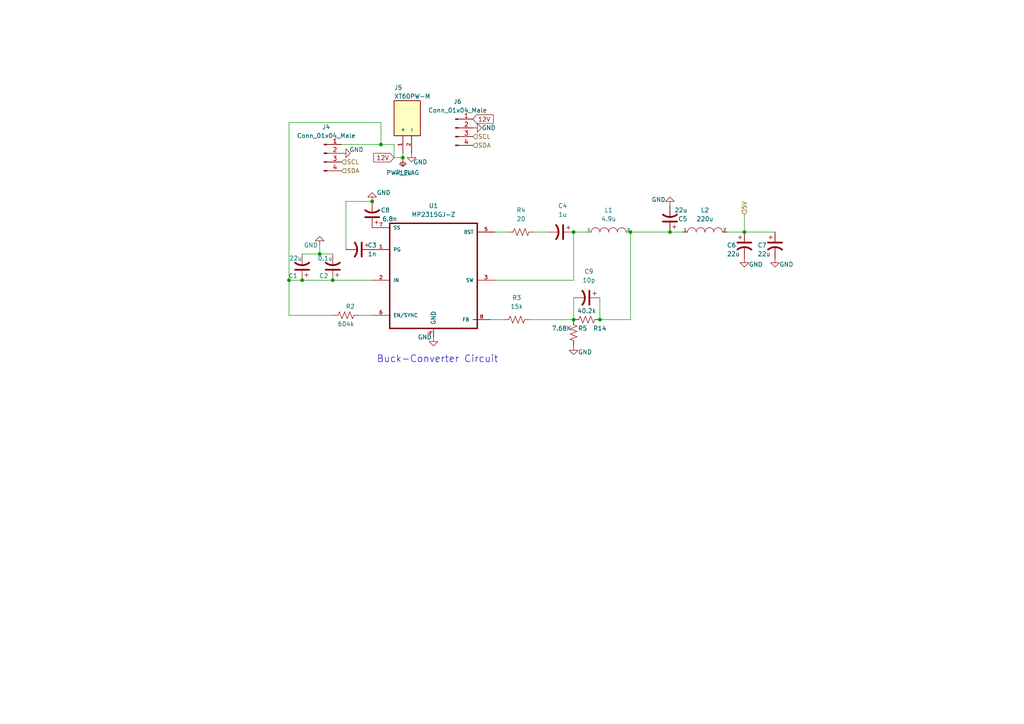
<source format=kicad_sch>
(kicad_sch (version 20211123) (generator eeschema)

  (uuid 44d8279a-9cd1-4db6-856f-0363131605fc)

  (paper "A4")

  (lib_symbols
    (symbol "Connector:Conn_01x04_Male" (pin_names (offset 1.016) hide) (in_bom yes) (on_board yes)
      (property "Reference" "J" (id 0) (at 0 5.08 0)
        (effects (font (size 1.27 1.27)))
      )
      (property "Value" "Conn_01x04_Male" (id 1) (at 0 -7.62 0)
        (effects (font (size 1.27 1.27)))
      )
      (property "Footprint" "" (id 2) (at 0 0 0)
        (effects (font (size 1.27 1.27)) hide)
      )
      (property "Datasheet" "~" (id 3) (at 0 0 0)
        (effects (font (size 1.27 1.27)) hide)
      )
      (property "ki_keywords" "connector" (id 4) (at 0 0 0)
        (effects (font (size 1.27 1.27)) hide)
      )
      (property "ki_description" "Generic connector, single row, 01x04, script generated (kicad-library-utils/schlib/autogen/connector/)" (id 5) (at 0 0 0)
        (effects (font (size 1.27 1.27)) hide)
      )
      (property "ki_fp_filters" "Connector*:*_1x??_*" (id 6) (at 0 0 0)
        (effects (font (size 1.27 1.27)) hide)
      )
      (symbol "Conn_01x04_Male_1_1"
        (polyline
          (pts
            (xy 1.27 -5.08)
            (xy 0.8636 -5.08)
          )
          (stroke (width 0.1524) (type default) (color 0 0 0 0))
          (fill (type none))
        )
        (polyline
          (pts
            (xy 1.27 -2.54)
            (xy 0.8636 -2.54)
          )
          (stroke (width 0.1524) (type default) (color 0 0 0 0))
          (fill (type none))
        )
        (polyline
          (pts
            (xy 1.27 0)
            (xy 0.8636 0)
          )
          (stroke (width 0.1524) (type default) (color 0 0 0 0))
          (fill (type none))
        )
        (polyline
          (pts
            (xy 1.27 2.54)
            (xy 0.8636 2.54)
          )
          (stroke (width 0.1524) (type default) (color 0 0 0 0))
          (fill (type none))
        )
        (rectangle (start 0.8636 -4.953) (end 0 -5.207)
          (stroke (width 0.1524) (type default) (color 0 0 0 0))
          (fill (type outline))
        )
        (rectangle (start 0.8636 -2.413) (end 0 -2.667)
          (stroke (width 0.1524) (type default) (color 0 0 0 0))
          (fill (type outline))
        )
        (rectangle (start 0.8636 0.127) (end 0 -0.127)
          (stroke (width 0.1524) (type default) (color 0 0 0 0))
          (fill (type outline))
        )
        (rectangle (start 0.8636 2.667) (end 0 2.413)
          (stroke (width 0.1524) (type default) (color 0 0 0 0))
          (fill (type outline))
        )
        (pin passive line (at 5.08 2.54 180) (length 3.81)
          (name "Pin_1" (effects (font (size 1.27 1.27))))
          (number "1" (effects (font (size 1.27 1.27))))
        )
        (pin passive line (at 5.08 0 180) (length 3.81)
          (name "Pin_2" (effects (font (size 1.27 1.27))))
          (number "2" (effects (font (size 1.27 1.27))))
        )
        (pin passive line (at 5.08 -2.54 180) (length 3.81)
          (name "Pin_3" (effects (font (size 1.27 1.27))))
          (number "3" (effects (font (size 1.27 1.27))))
        )
        (pin passive line (at 5.08 -5.08 180) (length 3.81)
          (name "Pin_4" (effects (font (size 1.27 1.27))))
          (number "4" (effects (font (size 1.27 1.27))))
        )
      )
    )
    (symbol "Device:C_Polarized_US" (pin_numbers hide) (pin_names (offset 0.254) hide) (in_bom yes) (on_board yes)
      (property "Reference" "C" (id 0) (at 0.635 2.54 0)
        (effects (font (size 1.27 1.27)) (justify left))
      )
      (property "Value" "C_Polarized_US" (id 1) (at 0.635 -2.54 0)
        (effects (font (size 1.27 1.27)) (justify left))
      )
      (property "Footprint" "" (id 2) (at 0 0 0)
        (effects (font (size 1.27 1.27)) hide)
      )
      (property "Datasheet" "~" (id 3) (at 0 0 0)
        (effects (font (size 1.27 1.27)) hide)
      )
      (property "ki_keywords" "cap capacitor" (id 4) (at 0 0 0)
        (effects (font (size 1.27 1.27)) hide)
      )
      (property "ki_description" "Polarized capacitor, US symbol" (id 5) (at 0 0 0)
        (effects (font (size 1.27 1.27)) hide)
      )
      (property "ki_fp_filters" "CP_*" (id 6) (at 0 0 0)
        (effects (font (size 1.27 1.27)) hide)
      )
      (symbol "C_Polarized_US_0_1"
        (polyline
          (pts
            (xy -2.032 0.762)
            (xy 2.032 0.762)
          )
          (stroke (width 0.508) (type default) (color 0 0 0 0))
          (fill (type none))
        )
        (polyline
          (pts
            (xy -1.778 2.286)
            (xy -0.762 2.286)
          )
          (stroke (width 0) (type default) (color 0 0 0 0))
          (fill (type none))
        )
        (polyline
          (pts
            (xy -1.27 1.778)
            (xy -1.27 2.794)
          )
          (stroke (width 0) (type default) (color 0 0 0 0))
          (fill (type none))
        )
        (arc (start 2.032 -1.27) (mid 0 -0.5572) (end -2.032 -1.27)
          (stroke (width 0.508) (type default) (color 0 0 0 0))
          (fill (type none))
        )
      )
      (symbol "C_Polarized_US_1_1"
        (pin passive line (at 0 3.81 270) (length 2.794)
          (name "~" (effects (font (size 1.27 1.27))))
          (number "1" (effects (font (size 1.27 1.27))))
        )
        (pin passive line (at 0 -3.81 90) (length 3.302)
          (name "~" (effects (font (size 1.27 1.27))))
          (number "2" (effects (font (size 1.27 1.27))))
        )
      )
    )
    (symbol "Device:R_US" (pin_numbers hide) (pin_names (offset 0)) (in_bom yes) (on_board yes)
      (property "Reference" "R" (id 0) (at 2.54 0 90)
        (effects (font (size 1.27 1.27)))
      )
      (property "Value" "R_US" (id 1) (at -2.54 0 90)
        (effects (font (size 1.27 1.27)))
      )
      (property "Footprint" "" (id 2) (at 1.016 -0.254 90)
        (effects (font (size 1.27 1.27)) hide)
      )
      (property "Datasheet" "~" (id 3) (at 0 0 0)
        (effects (font (size 1.27 1.27)) hide)
      )
      (property "ki_keywords" "R res resistor" (id 4) (at 0 0 0)
        (effects (font (size 1.27 1.27)) hide)
      )
      (property "ki_description" "Resistor, US symbol" (id 5) (at 0 0 0)
        (effects (font (size 1.27 1.27)) hide)
      )
      (property "ki_fp_filters" "R_*" (id 6) (at 0 0 0)
        (effects (font (size 1.27 1.27)) hide)
      )
      (symbol "R_US_0_1"
        (polyline
          (pts
            (xy 0 -2.286)
            (xy 0 -2.54)
          )
          (stroke (width 0) (type default) (color 0 0 0 0))
          (fill (type none))
        )
        (polyline
          (pts
            (xy 0 2.286)
            (xy 0 2.54)
          )
          (stroke (width 0) (type default) (color 0 0 0 0))
          (fill (type none))
        )
        (polyline
          (pts
            (xy 0 -0.762)
            (xy 1.016 -1.143)
            (xy 0 -1.524)
            (xy -1.016 -1.905)
            (xy 0 -2.286)
          )
          (stroke (width 0) (type default) (color 0 0 0 0))
          (fill (type none))
        )
        (polyline
          (pts
            (xy 0 0.762)
            (xy 1.016 0.381)
            (xy 0 0)
            (xy -1.016 -0.381)
            (xy 0 -0.762)
          )
          (stroke (width 0) (type default) (color 0 0 0 0))
          (fill (type none))
        )
        (polyline
          (pts
            (xy 0 2.286)
            (xy 1.016 1.905)
            (xy 0 1.524)
            (xy -1.016 1.143)
            (xy 0 0.762)
          )
          (stroke (width 0) (type default) (color 0 0 0 0))
          (fill (type none))
        )
      )
      (symbol "R_US_1_1"
        (pin passive line (at 0 3.81 270) (length 1.27)
          (name "~" (effects (font (size 1.27 1.27))))
          (number "1" (effects (font (size 1.27 1.27))))
        )
        (pin passive line (at 0 -3.81 90) (length 1.27)
          (name "~" (effects (font (size 1.27 1.27))))
          (number "2" (effects (font (size 1.27 1.27))))
        )
      )
    )
    (symbol "MP2315GJ-Z:MP2315GJ-Z" (pin_names (offset 1.016)) (in_bom yes) (on_board yes)
      (property "Reference" "U1" (id 0) (at 0 20.32 0)
        (effects (font (size 1.27 1.27)))
      )
      (property "Value" "MP2315GJ-Z" (id 1) (at 0 17.78 0)
        (effects (font (size 1.27 1.27)))
      )
      (property "Footprint" ".pretty:MP2393GTL-P" (id 2) (at 0 0 0)
        (effects (font (size 1.27 1.27)) (justify left bottom) hide)
      )
      (property "Datasheet" "https://www.monolithicpower.com/en/documentview/productdocument/index/version/2/document_type/Datasheet/lang/en/sku/MP2315/document_id/513" (id 3) (at 0 0 0)
        (effects (font (size 1.27 1.27)) (justify left bottom) hide)
      )
      (property "Order" "https://www.mouser.com/ProductDetail/Monolithic-Power-Systems-MPS/MP2393GTL-Z?qs=YCa%2FAAYMW02wfKsqEy92eA%3D%3D" (id 4) (at 0 0 0)
        (effects (font (size 1.27 1.27)) (justify left bottom) hide)
      )
      (property "ki_locked" "" (id 5) (at 0 0 0)
        (effects (font (size 1.27 1.27)))
      )
      (symbol "MP2315GJ-Z_0_0"
        (polyline
          (pts
            (xy -12.7 -15.24)
            (xy -12.7 15.24)
          )
          (stroke (width 0.4064) (type default) (color 0 0 0 0))
          (fill (type none))
        )
        (polyline
          (pts
            (xy -12.7 15.24)
            (xy 12.7 15.24)
          )
          (stroke (width 0.4064) (type default) (color 0 0 0 0))
          (fill (type outline))
        )
        (polyline
          (pts
            (xy 12.7 -15.24)
            (xy -12.7 -15.24)
          )
          (stroke (width 0.4064) (type default) (color 0 0 0 0))
          (fill (type none))
        )
        (polyline
          (pts
            (xy 12.7 15.24)
            (xy 12.7 -15.24)
          )
          (stroke (width 0.4064) (type default) (color 0 0 0 0))
          (fill (type none))
        )
        (pin input line (at -17.78 7.62 0) (length 5.08)
          (name "PG" (effects (font (size 1.016 1.016))))
          (number "1" (effects (font (size 1.016 1.016))))
        )
        (pin power_in line (at -17.78 -1.27 0) (length 5.08)
          (name "IN" (effects (font (size 1.016 1.016))))
          (number "2" (effects (font (size 1.016 1.016))))
        )
        (pin bidirectional line (at 17.78 -1.27 180) (length 5.08)
          (name "SW" (effects (font (size 1.016 1.016))))
          (number "3" (effects (font (size 1.016 1.016))))
        )
        (pin output line (at 17.78 12.7 180) (length 5.08)
          (name "BST" (effects (font (size 1.016 1.016))))
          (number "5" (effects (font (size 1.016 1.016))))
        )
        (pin input line (at -17.78 -11.43 0) (length 5.08)
          (name "EN/SYNC" (effects (font (size 1.016 1.016))))
          (number "6" (effects (font (size 1.016 1.016))))
        )
        (pin power_out line (at -17.78 13.97 0) (length 5.08)
          (name "SS" (effects (font (size 1.016 1.016))))
          (number "7" (effects (font (size 1.016 1.016))))
        )
        (pin bidirectional line (at 16.51 -12.7 180) (length 5.08)
          (name "FB" (effects (font (size 1.016 1.016))))
          (number "8" (effects (font (size 1.016 1.016))))
        )
      )
      (symbol "MP2315GJ-Z_1_1"
        (rectangle (start -12.7 15.24) (end 12.7 -15.24)
          (stroke (width 0) (type default) (color 0 0 0 0))
          (fill (type none))
        )
        (pin power_out line (at 0 -17.78 90) (length 2.54)
          (name "GND" (effects (font (size 1.27 1.27))))
          (number "4" (effects (font (size 1.27 1.27))))
        )
      )
    )
    (symbol "XT60PW-M:XT60PW-M" (pin_names (offset 1.016)) (in_bom yes) (on_board yes)
      (property "Reference" "J" (id 0) (at -5.08 5.715 0)
        (effects (font (size 1.27 1.27)) (justify left bottom))
      )
      (property "Value" "XT60PW-M" (id 1) (at -5.08 -5.08 0)
        (effects (font (size 1.27 1.27)) (justify left bottom))
      )
      (property "Footprint" "AMASS_XT60PW-M" (id 2) (at 0 0 0)
        (effects (font (size 1.27 1.27)) (justify left bottom) hide)
      )
      (property "Datasheet" "" (id 3) (at 0 0 0)
        (effects (font (size 1.27 1.27)) (justify left bottom) hide)
      )
      (property "STANDARD" "Manufacturer recommendations" (id 4) (at 0 0 0)
        (effects (font (size 1.27 1.27)) (justify left bottom) hide)
      )
      (property "PARTREV" "V1.2" (id 5) (at 0 0 0)
        (effects (font (size 1.27 1.27)) (justify left bottom) hide)
      )
      (property "MANUFACTURER" "AMASS" (id 6) (at 0 0 0)
        (effects (font (size 1.27 1.27)) (justify left bottom) hide)
      )
      (property "MAXIMUM_PACKAGE_HEIGHT" "8.4 mm" (id 7) (at 0 0 0)
        (effects (font (size 1.27 1.27)) (justify left bottom) hide)
      )
      (property "ki_locked" "" (id 8) (at 0 0 0)
        (effects (font (size 1.27 1.27)))
      )
      (symbol "XT60PW-M_0_0"
        (rectangle (start -5.08 -2.54) (end 5.08 5.08)
          (stroke (width 0.254) (type default) (color 0 0 0 0))
          (fill (type background))
        )
        (pin passive line (at -10.16 2.54 0) (length 5.08)
          (name "+" (effects (font (size 1.016 1.016))))
          (number "1" (effects (font (size 1.016 1.016))))
        )
        (pin passive line (at -10.16 0 0) (length 5.08)
          (name "-" (effects (font (size 1.016 1.016))))
          (number "2" (effects (font (size 1.016 1.016))))
        )
      )
    )
    (symbol "power:+12V" (power) (pin_names (offset 0)) (in_bom yes) (on_board yes)
      (property "Reference" "#PWR" (id 0) (at 0 -3.81 0)
        (effects (font (size 1.27 1.27)) hide)
      )
      (property "Value" "+12V" (id 1) (at 0 3.556 0)
        (effects (font (size 1.27 1.27)))
      )
      (property "Footprint" "" (id 2) (at 0 0 0)
        (effects (font (size 1.27 1.27)) hide)
      )
      (property "Datasheet" "" (id 3) (at 0 0 0)
        (effects (font (size 1.27 1.27)) hide)
      )
      (property "ki_keywords" "power-flag" (id 4) (at 0 0 0)
        (effects (font (size 1.27 1.27)) hide)
      )
      (property "ki_description" "Power symbol creates a global label with name \"+12V\"" (id 5) (at 0 0 0)
        (effects (font (size 1.27 1.27)) hide)
      )
      (symbol "+12V_0_1"
        (polyline
          (pts
            (xy -0.762 1.27)
            (xy 0 2.54)
          )
          (stroke (width 0) (type default) (color 0 0 0 0))
          (fill (type none))
        )
        (polyline
          (pts
            (xy 0 0)
            (xy 0 2.54)
          )
          (stroke (width 0) (type default) (color 0 0 0 0))
          (fill (type none))
        )
        (polyline
          (pts
            (xy 0 2.54)
            (xy 0.762 1.27)
          )
          (stroke (width 0) (type default) (color 0 0 0 0))
          (fill (type none))
        )
      )
      (symbol "+12V_1_1"
        (pin power_in line (at 0 0 90) (length 0) hide
          (name "+12V" (effects (font (size 1.27 1.27))))
          (number "1" (effects (font (size 1.27 1.27))))
        )
      )
    )
    (symbol "power:GND" (power) (pin_names (offset 0)) (in_bom yes) (on_board yes)
      (property "Reference" "#PWR" (id 0) (at 0 -6.35 0)
        (effects (font (size 1.27 1.27)) hide)
      )
      (property "Value" "GND" (id 1) (at 0 -3.81 0)
        (effects (font (size 1.27 1.27)))
      )
      (property "Footprint" "" (id 2) (at 0 0 0)
        (effects (font (size 1.27 1.27)) hide)
      )
      (property "Datasheet" "" (id 3) (at 0 0 0)
        (effects (font (size 1.27 1.27)) hide)
      )
      (property "ki_keywords" "power-flag" (id 4) (at 0 0 0)
        (effects (font (size 1.27 1.27)) hide)
      )
      (property "ki_description" "Power symbol creates a global label with name \"GND\" , ground" (id 5) (at 0 0 0)
        (effects (font (size 1.27 1.27)) hide)
      )
      (symbol "GND_0_1"
        (polyline
          (pts
            (xy 0 0)
            (xy 0 -1.27)
            (xy 1.27 -1.27)
            (xy 0 -2.54)
            (xy -1.27 -1.27)
            (xy 0 -1.27)
          )
          (stroke (width 0) (type default) (color 0 0 0 0))
          (fill (type none))
        )
      )
      (symbol "GND_1_1"
        (pin power_in line (at 0 0 270) (length 0) hide
          (name "GND" (effects (font (size 1.27 1.27))))
          (number "1" (effects (font (size 1.27 1.27))))
        )
      )
    )
    (symbol "power:PWR_FLAG" (power) (pin_numbers hide) (pin_names (offset 0) hide) (in_bom yes) (on_board yes)
      (property "Reference" "#FLG" (id 0) (at 0 1.905 0)
        (effects (font (size 1.27 1.27)) hide)
      )
      (property "Value" "PWR_FLAG" (id 1) (at 0 3.81 0)
        (effects (font (size 1.27 1.27)))
      )
      (property "Footprint" "" (id 2) (at 0 0 0)
        (effects (font (size 1.27 1.27)) hide)
      )
      (property "Datasheet" "~" (id 3) (at 0 0 0)
        (effects (font (size 1.27 1.27)) hide)
      )
      (property "ki_keywords" "power-flag" (id 4) (at 0 0 0)
        (effects (font (size 1.27 1.27)) hide)
      )
      (property "ki_description" "Special symbol for telling ERC where power comes from" (id 5) (at 0 0 0)
        (effects (font (size 1.27 1.27)) hide)
      )
      (symbol "PWR_FLAG_0_0"
        (pin power_out line (at 0 0 90) (length 0)
          (name "pwr" (effects (font (size 1.27 1.27))))
          (number "1" (effects (font (size 1.27 1.27))))
        )
      )
      (symbol "PWR_FLAG_0_1"
        (polyline
          (pts
            (xy 0 0)
            (xy 0 1.27)
            (xy -1.016 1.905)
            (xy 0 2.54)
            (xy 1.016 1.905)
            (xy 0 1.27)
          )
          (stroke (width 0) (type default) (color 0 0 0 0))
          (fill (type none))
        )
      )
    )
    (symbol "pspice:INDUCTOR" (pin_numbers hide) (pin_names (offset 0)) (in_bom yes) (on_board yes)
      (property "Reference" "L" (id 0) (at 0 2.54 0)
        (effects (font (size 1.27 1.27)))
      )
      (property "Value" "INDUCTOR" (id 1) (at 0 -1.27 0)
        (effects (font (size 1.27 1.27)))
      )
      (property "Footprint" "" (id 2) (at 0 0 0)
        (effects (font (size 1.27 1.27)) hide)
      )
      (property "Datasheet" "~" (id 3) (at 0 0 0)
        (effects (font (size 1.27 1.27)) hide)
      )
      (property "ki_keywords" "simulation" (id 4) (at 0 0 0)
        (effects (font (size 1.27 1.27)) hide)
      )
      (property "ki_description" "Inductor symbol for simulation only" (id 5) (at 0 0 0)
        (effects (font (size 1.27 1.27)) hide)
      )
      (symbol "INDUCTOR_0_1"
        (arc (start -2.54 0) (mid -3.81 1.27) (end -5.08 0)
          (stroke (width 0) (type default) (color 0 0 0 0))
          (fill (type none))
        )
        (arc (start 0 0) (mid -1.27 1.27) (end -2.54 0)
          (stroke (width 0) (type default) (color 0 0 0 0))
          (fill (type none))
        )
        (arc (start 2.54 0) (mid 1.27 1.27) (end 0 0)
          (stroke (width 0) (type default) (color 0 0 0 0))
          (fill (type none))
        )
        (arc (start 5.08 0) (mid 3.81 1.27) (end 2.54 0)
          (stroke (width 0) (type default) (color 0 0 0 0))
          (fill (type none))
        )
      )
      (symbol "INDUCTOR_1_1"
        (pin input line (at -6.35 0 0) (length 1.27)
          (name "1" (effects (font (size 0.762 0.762))))
          (number "1" (effects (font (size 0.762 0.762))))
        )
        (pin input line (at 6.35 0 180) (length 1.27)
          (name "2" (effects (font (size 0.762 0.762))))
          (number "2" (effects (font (size 0.762 0.762))))
        )
      )
    )
  )


  (junction (at 110.49 41.91) (diameter 0) (color 0 0 0 0)
    (uuid 296d5e80-c82b-4862-affe-a8be0eb030a8)
  )
  (junction (at 83.82 81.28) (diameter 0) (color 0 0 0 0)
    (uuid 3a6b56b8-3ae6-4308-a785-b39e99a864b4)
  )
  (junction (at 194.31 67.31) (diameter 0) (color 0 0 0 0)
    (uuid 3f9124ef-ff7e-4a86-8f4f-b7178560c014)
  )
  (junction (at 87.63 81.28) (diameter 0) (color 0 0 0 0)
    (uuid 4908d353-f3a7-4d97-b7a6-bf29235fc1e7)
  )
  (junction (at 173.99 92.71) (diameter 0) (color 0 0 0 0)
    (uuid 92d794c7-9275-47bf-a884-3a8155d699d3)
  )
  (junction (at 107.95 58.42) (diameter 0) (color 0 0 0 0)
    (uuid 9d39b29d-4594-41ba-88b8-41b6d937278e)
  )
  (junction (at 215.9 67.31) (diameter 0) (color 0 0 0 0)
    (uuid a4726d8a-e874-483d-be3e-48465f4466a2)
  )
  (junction (at 116.84 45.72) (diameter 0) (color 0 0 0 0)
    (uuid ab3ff2d1-8c7c-4150-abc3-b48f5f21fd8f)
  )
  (junction (at 96.52 81.28) (diameter 0) (color 0 0 0 0)
    (uuid bed8a79a-d919-44c0-9f8f-88e1b8480add)
  )
  (junction (at 92.71 73.66) (diameter 0) (color 0 0 0 0)
    (uuid cb660648-9ea1-4c68-9c75-cf5bf476f82d)
  )
  (junction (at 166.37 67.31) (diameter 0) (color 0 0 0 0)
    (uuid d2d1e241-b845-4d21-8872-bb1c6d5c9757)
  )
  (junction (at 166.37 92.71) (diameter 0) (color 0 0 0 0)
    (uuid f467b6c3-9f32-4967-af98-a80dc15f56f5)
  )
  (junction (at 182.88 67.31) (diameter 0) (color 0 0 0 0)
    (uuid f8e42984-47b4-4872-a753-d80ad5df6973)
  )

  (wire (pts (xy 182.88 92.71) (xy 173.99 92.71))
    (stroke (width 0) (type default) (color 0 0 0 0))
    (uuid 2481b121-ee8d-46ca-bcda-cc13dae72559)
  )
  (wire (pts (xy 87.63 73.66) (xy 92.71 73.66))
    (stroke (width 0) (type default) (color 0 0 0 0))
    (uuid 261541f1-3c0f-4112-844b-d0b839f53798)
  )
  (wire (pts (xy 154.94 67.31) (xy 158.75 67.31))
    (stroke (width 0) (type default) (color 0 0 0 0))
    (uuid 2c68ddcb-4e30-4b8f-b2c2-3bb4e2de93e1)
  )
  (wire (pts (xy 96.52 81.28) (xy 107.95 81.28))
    (stroke (width 0) (type default) (color 0 0 0 0))
    (uuid 336af946-da9e-40d0-a74c-dd584580112a)
  )
  (wire (pts (xy 92.71 71.12) (xy 92.71 73.66))
    (stroke (width 0) (type default) (color 0 0 0 0))
    (uuid 3374f587-2d01-4691-a6e3-8fc7c4a0d165)
  )
  (wire (pts (xy 182.88 67.31) (xy 182.88 92.71))
    (stroke (width 0) (type default) (color 0 0 0 0))
    (uuid 3854d750-c236-4f1d-b500-f9125c36ef5d)
  )
  (wire (pts (xy 173.99 86.36) (xy 173.99 92.71))
    (stroke (width 0) (type default) (color 0 0 0 0))
    (uuid 38a2c15e-d69b-4d2c-b9e1-9cbb900372dd)
  )
  (wire (pts (xy 104.14 91.44) (xy 107.95 91.44))
    (stroke (width 0) (type default) (color 0 0 0 0))
    (uuid 3dae4d25-cea0-48bd-a894-81406549b9b4)
  )
  (wire (pts (xy 166.37 67.31) (xy 170.18 67.31))
    (stroke (width 0) (type default) (color 0 0 0 0))
    (uuid 440c954d-dd56-41c1-be5f-48967e2bc6b1)
  )
  (wire (pts (xy 114.3 41.91) (xy 114.3 45.72))
    (stroke (width 0) (type default) (color 0 0 0 0))
    (uuid 44c673c3-20c5-47a2-9920-37f2a3704dc8)
  )
  (wire (pts (xy 143.51 81.28) (xy 166.37 81.28))
    (stroke (width 0) (type default) (color 0 0 0 0))
    (uuid 45c80d87-1194-487a-82c1-a8d2bd6ae414)
  )
  (wire (pts (xy 110.49 41.91) (xy 114.3 41.91))
    (stroke (width 0) (type default) (color 0 0 0 0))
    (uuid 4b656d6a-c7a4-4eb3-b0cf-36d7c4193002)
  )
  (wire (pts (xy 166.37 86.36) (xy 166.37 92.71))
    (stroke (width 0) (type default) (color 0 0 0 0))
    (uuid 5ba94ecc-0683-4a86-a1bb-f7cf9bf1eaf4)
  )
  (wire (pts (xy 143.51 67.31) (xy 147.32 67.31))
    (stroke (width 0) (type default) (color 0 0 0 0))
    (uuid 5fdf3882-6518-48fd-8eaa-534a093f82a5)
  )
  (wire (pts (xy 83.82 35.56) (xy 110.49 35.56))
    (stroke (width 0) (type default) (color 0 0 0 0))
    (uuid 71bdeef3-98d0-4696-b411-2d9df0d5a06a)
  )
  (wire (pts (xy 83.82 35.56) (xy 83.82 81.28))
    (stroke (width 0) (type default) (color 0 0 0 0))
    (uuid 7b4502f2-d2f6-4753-8860-97adb3be50b5)
  )
  (wire (pts (xy 116.84 44.45) (xy 116.84 45.72))
    (stroke (width 0) (type default) (color 0 0 0 0))
    (uuid 7b7514e4-743e-46f6-8fc2-fea9db270045)
  )
  (wire (pts (xy 100.33 58.42) (xy 107.95 58.42))
    (stroke (width 0) (type default) (color 0 0 0 0))
    (uuid 7c7417ad-5332-4bab-84b1-511545533c5b)
  )
  (wire (pts (xy 92.71 73.66) (xy 96.52 73.66))
    (stroke (width 0) (type default) (color 0 0 0 0))
    (uuid 892cc84f-f9a3-4fcf-a321-773cda08473d)
  )
  (wire (pts (xy 194.31 67.31) (xy 198.12 67.31))
    (stroke (width 0) (type default) (color 0 0 0 0))
    (uuid 8b656090-22bf-49f2-bd73-889219d6a800)
  )
  (wire (pts (xy 215.9 62.23) (xy 215.9 67.31))
    (stroke (width 0) (type default) (color 0 0 0 0))
    (uuid 9734dc12-cd80-4c66-a8d1-e365c5cc77ed)
  )
  (wire (pts (xy 99.06 41.91) (xy 110.49 41.91))
    (stroke (width 0) (type default) (color 0 0 0 0))
    (uuid a183b2fd-7279-4045-9676-06471409624a)
  )
  (wire (pts (xy 114.3 45.72) (xy 116.84 45.72))
    (stroke (width 0) (type default) (color 0 0 0 0))
    (uuid a34797b1-843c-45f6-807f-d0ba04550a59)
  )
  (wire (pts (xy 87.63 81.28) (xy 96.52 81.28))
    (stroke (width 0) (type default) (color 0 0 0 0))
    (uuid a55d5eb8-145d-414e-8315-06e381ced580)
  )
  (wire (pts (xy 182.88 67.31) (xy 194.31 67.31))
    (stroke (width 0) (type default) (color 0 0 0 0))
    (uuid b50ed894-659b-4ccf-b577-1fd3571af6c5)
  )
  (wire (pts (xy 83.82 91.44) (xy 83.82 81.28))
    (stroke (width 0) (type default) (color 0 0 0 0))
    (uuid be089d7b-c622-4a66-bde9-6a7cb91e9b03)
  )
  (wire (pts (xy 110.49 35.56) (xy 110.49 41.91))
    (stroke (width 0) (type default) (color 0 0 0 0))
    (uuid c09b062b-2e5c-4d4c-aaa9-ccc1768ec4a9)
  )
  (wire (pts (xy 146.05 92.71) (xy 142.24 92.71))
    (stroke (width 0) (type default) (color 0 0 0 0))
    (uuid c26c79e0-eaf9-4d8c-a1bc-a755450d76d8)
  )
  (wire (pts (xy 153.67 92.71) (xy 166.37 92.71))
    (stroke (width 0) (type default) (color 0 0 0 0))
    (uuid c2d2c217-06f0-4231-96e0-b675dc5dee0b)
  )
  (wire (pts (xy 96.52 91.44) (xy 83.82 91.44))
    (stroke (width 0) (type default) (color 0 0 0 0))
    (uuid c7007b01-b716-499b-ab5e-99d9a5ddb236)
  )
  (wire (pts (xy 215.9 67.31) (xy 224.79 67.31))
    (stroke (width 0) (type default) (color 0 0 0 0))
    (uuid d0da941d-a4dd-4d5e-94e9-e3a734b638e3)
  )
  (wire (pts (xy 83.82 81.28) (xy 87.63 81.28))
    (stroke (width 0) (type default) (color 0 0 0 0))
    (uuid d5cc58d1-7af1-456c-b5f1-7bcaa9b9d391)
  )
  (wire (pts (xy 100.33 72.39) (xy 100.33 58.42))
    (stroke (width 0) (type default) (color 0 0 0 0))
    (uuid d7f6137f-be5b-4d47-a2a5-c7acd6bf1062)
  )
  (wire (pts (xy 210.82 67.31) (xy 215.9 67.31))
    (stroke (width 0) (type default) (color 0 0 0 0))
    (uuid e44ab8a7-c22a-403e-a5e4-f23c991f63d5)
  )
  (wire (pts (xy 166.37 81.28) (xy 166.37 67.31))
    (stroke (width 0) (type default) (color 0 0 0 0))
    (uuid f226540f-0d28-46f5-808c-dd8c509d7182)
  )

  (text "Buck-Converter Circuit" (at 109.22 105.41 0)
    (effects (font (size 2 2)) (justify left bottom))
    (uuid e7d01280-1638-40ab-865c-d83a62642c95)
  )

  (global_label "12V" (shape input) (at 114.3 45.72 180) (fields_autoplaced)
    (effects (font (size 1.27 1.27)) (justify right))
    (uuid 7dc880bc-e7eb-4cce-8d8c-0b65a9dd788e)
    (property "Intersheet References" "${INTERSHEET_REFS}" (id 0) (at -9.652 -0.762 0)
      (effects (font (size 1.27 1.27)) hide)
    )
  )
  (global_label "12V" (shape input) (at 137.16 34.544 0) (fields_autoplaced)
    (effects (font (size 1.27 1.27)) (justify left))
    (uuid c35c243a-c28c-48da-8a2a-504470ca1dd3)
    (property "Intersheet References" "${INTERSHEET_REFS}" (id 0) (at 261.112 81.026 0)
      (effects (font (size 1.27 1.27)) hide)
    )
  )

  (hierarchical_label "SCL" (shape input) (at 137.16 39.624 0)
    (effects (font (size 1.27 1.27)) (justify left))
    (uuid 3636c872-9d44-4e25-8508-52ae4d269507)
  )
  (hierarchical_label "SDA" (shape input) (at 99.06 49.53 0)
    (effects (font (size 1.27 1.27)) (justify left))
    (uuid 3e903008-0276-4a73-8edb-5d9dfde6297c)
  )
  (hierarchical_label "SDA" (shape input) (at 137.16 42.164 0)
    (effects (font (size 1.27 1.27)) (justify left))
    (uuid 65c1b946-a6bb-44fb-b211-0a5d39c28996)
  )
  (hierarchical_label "5V" (shape input) (at 215.9 62.23 90)
    (effects (font (size 1.27 1.27)) (justify left))
    (uuid 758dddb4-8fe9-445c-bdf8-b341b4a47047)
  )
  (hierarchical_label "SCL" (shape input) (at 99.06 46.99 0)
    (effects (font (size 1.27 1.27)) (justify left))
    (uuid 75ffc65c-7132-4411-9f2a-ae0c73d79338)
  )

  (symbol (lib_id "power:GND") (at 119.38 44.45 0) (unit 1)
    (in_bom yes) (on_board yes)
    (uuid 00000000-0000-0000-0000-0000625255a6)
    (property "Reference" "#PWR0102" (id 0) (at 119.38 50.8 0)
      (effects (font (size 1.27 1.27)) hide)
    )
    (property "Value" "GND" (id 1) (at 121.92 46.99 0))
    (property "Footprint" "" (id 2) (at 119.38 44.45 0)
      (effects (font (size 1.27 1.27)) hide)
    )
    (property "Datasheet" "" (id 3) (at 119.38 44.45 0)
      (effects (font (size 1.27 1.27)) hide)
    )
    (pin "1" (uuid 1d2d5409-88f7-49e7-af86-7e9d4508aee5))
  )

  (symbol (lib_id "power:GND") (at 99.06 44.45 90) (unit 1)
    (in_bom yes) (on_board yes)
    (uuid 00000000-0000-0000-0000-0000625334fb)
    (property "Reference" "#PWR0106" (id 0) (at 105.41 44.45 0)
      (effects (font (size 1.27 1.27)) hide)
    )
    (property "Value" "GND" (id 1) (at 101.346 43.434 90)
      (effects (font (size 1.27 1.27)) (justify right))
    )
    (property "Footprint" "" (id 2) (at 99.06 44.45 0)
      (effects (font (size 1.27 1.27)) hide)
    )
    (property "Datasheet" "" (id 3) (at 99.06 44.45 0)
      (effects (font (size 1.27 1.27)) hide)
    )
    (pin "1" (uuid 660f274e-865c-4a92-9f67-759f39e3f3e2))
  )

  (symbol (lib_id "power:PWR_FLAG") (at 116.84 45.72 180) (unit 1)
    (in_bom yes) (on_board yes)
    (uuid 00000000-0000-0000-0000-000062533e89)
    (property "Reference" "#FLG0101" (id 0) (at 116.84 47.625 0)
      (effects (font (size 1.27 1.27)) hide)
    )
    (property "Value" "PWR_FLAG" (id 1) (at 116.84 50.1142 0))
    (property "Footprint" "" (id 2) (at 116.84 45.72 0)
      (effects (font (size 1.27 1.27)) hide)
    )
    (property "Datasheet" "~" (id 3) (at 116.84 45.72 0)
      (effects (font (size 1.27 1.27)) hide)
    )
    (pin "1" (uuid 3dfb52c6-9d35-4f96-9279-c27e60d1dc50))
  )

  (symbol (lib_id "Device:C_Polarized_US") (at 224.79 71.12 0) (unit 1)
    (in_bom yes) (on_board yes)
    (uuid 011cea97-6c64-4775-b76d-b4988ee2ebba)
    (property "Reference" "C7" (id 0) (at 219.71 71.12 0)
      (effects (font (size 1.27 1.27)) (justify left))
    )
    (property "Value" "22u" (id 1) (at 219.71 73.66 0)
      (effects (font (size 1.27 1.27)) (justify left))
    )
    (property "Footprint" "Capacitor_SMD:C_1210_3225Metric_Pad1.33x2.70mm_HandSolder" (id 2) (at 224.79 71.12 0)
      (effects (font (size 1.27 1.27)) hide)
    )
    (property "Datasheet" "~" (id 3) (at 224.79 71.12 0)
      (effects (font (size 1.27 1.27)) hide)
    )
    (pin "1" (uuid e5698f97-9b46-4685-93a9-dae619ba0915))
    (pin "2" (uuid 391bed6e-78d7-48af-8142-596d4145e9b7))
  )

  (symbol (lib_id "Device:R_US") (at 170.18 92.71 270) (unit 1)
    (in_bom yes) (on_board yes)
    (uuid 0babeadc-b38f-478d-a52d-d91f4677b2e1)
    (property "Reference" "R14" (id 0) (at 173.99 95.25 90))
    (property "Value" "40.2k" (id 1) (at 170.18 90.17 90))
    (property "Footprint" "Resistor_SMD:R_0805_2012Metric_Pad1.20x1.40mm_HandSolder" (id 2) (at 169.926 93.726 90)
      (effects (font (size 1.27 1.27)) hide)
    )
    (property "Datasheet" "~" (id 3) (at 170.18 92.71 0)
      (effects (font (size 1.27 1.27)) hide)
    )
    (pin "1" (uuid 51e698a6-9c00-44f2-aa53-30c3c2ba6fbf))
    (pin "2" (uuid 3679216d-3ba9-4e62-8d9e-7d5a670fca53))
  )

  (symbol (lib_id "Device:R_US") (at 151.13 67.31 90) (unit 1)
    (in_bom yes) (on_board yes) (fields_autoplaced)
    (uuid 104d142c-2848-43a9-90f7-418cfe11ef1c)
    (property "Reference" "R4" (id 0) (at 151.13 60.96 90))
    (property "Value" "20" (id 1) (at 151.13 63.5 90))
    (property "Footprint" "Resistor_SMD:R_0603_1608Metric_Pad0.98x0.95mm_HandSolder" (id 2) (at 151.384 66.294 90)
      (effects (font (size 1.27 1.27)) hide)
    )
    (property "Datasheet" "~" (id 3) (at 151.13 67.31 0)
      (effects (font (size 1.27 1.27)) hide)
    )
    (pin "1" (uuid 019fbf21-a335-4212-bbb7-9eba677af132))
    (pin "2" (uuid 6670c647-74ef-4006-8d39-81875fd9979a))
  )

  (symbol (lib_id "Device:C_Polarized_US") (at 162.56 67.31 270) (unit 1)
    (in_bom yes) (on_board yes) (fields_autoplaced)
    (uuid 1668cb17-390e-40a7-acfc-1a603d907707)
    (property "Reference" "C4" (id 0) (at 163.195 59.69 90))
    (property "Value" "1u" (id 1) (at 163.195 62.23 90))
    (property "Footprint" "Capacitor_SMD:C_0805_2012Metric_Pad1.18x1.45mm_HandSolder" (id 2) (at 162.56 67.31 0)
      (effects (font (size 1.27 1.27)) hide)
    )
    (property "Datasheet" "~" (id 3) (at 162.56 67.31 0)
      (effects (font (size 1.27 1.27)) hide)
    )
    (pin "1" (uuid 209fb4b9-5063-42f4-9753-a512aa0b12a3))
    (pin "2" (uuid 4222c270-610d-4bbe-a29a-4ed5d9b44d38))
  )

  (symbol (lib_id "power:GND") (at 215.9 74.93 0) (unit 1)
    (in_bom yes) (on_board yes)
    (uuid 16afa295-765b-4e8c-881c-2801687e6b4a)
    (property "Reference" "#PWR0112" (id 0) (at 215.9 81.28 0)
      (effects (font (size 1.27 1.27)) hide)
    )
    (property "Value" "GND" (id 1) (at 219.202 76.708 0))
    (property "Footprint" "" (id 2) (at 215.9 74.93 0)
      (effects (font (size 1.27 1.27)) hide)
    )
    (property "Datasheet" "" (id 3) (at 215.9 74.93 0)
      (effects (font (size 1.27 1.27)) hide)
    )
    (pin "1" (uuid eb5d22b1-e8c7-4687-b383-ef2e49831683))
  )

  (symbol (lib_id "power:GND") (at 166.37 100.33 0) (unit 1)
    (in_bom yes) (on_board yes)
    (uuid 20b38925-4816-4bd8-b3e5-62aa8da0ed4f)
    (property "Reference" "#PWR0114" (id 0) (at 166.37 106.68 0)
      (effects (font (size 1.27 1.27)) hide)
    )
    (property "Value" "GND" (id 1) (at 169.672 102.108 0))
    (property "Footprint" "" (id 2) (at 166.37 100.33 0)
      (effects (font (size 1.27 1.27)) hide)
    )
    (property "Datasheet" "" (id 3) (at 166.37 100.33 0)
      (effects (font (size 1.27 1.27)) hide)
    )
    (pin "1" (uuid 1dc74f8c-2fde-4182-80f7-48f94c70feb6))
  )

  (symbol (lib_id "power:GND") (at 224.79 74.93 0) (unit 1)
    (in_bom yes) (on_board yes)
    (uuid 256ec7c6-8d37-4dc0-9a83-37b528333626)
    (property "Reference" "#PWR0113" (id 0) (at 224.79 81.28 0)
      (effects (font (size 1.27 1.27)) hide)
    )
    (property "Value" "GND" (id 1) (at 228.092 76.708 0))
    (property "Footprint" "" (id 2) (at 224.79 74.93 0)
      (effects (font (size 1.27 1.27)) hide)
    )
    (property "Datasheet" "" (id 3) (at 224.79 74.93 0)
      (effects (font (size 1.27 1.27)) hide)
    )
    (pin "1" (uuid 43a70889-bebb-45cb-aa6f-68472bd4aac5))
  )

  (symbol (lib_id "power:GND") (at 92.71 71.12 180) (unit 1)
    (in_bom yes) (on_board yes)
    (uuid 27eb8536-aa1f-44f6-b088-4549c45c28fa)
    (property "Reference" "#PWR0103" (id 0) (at 92.71 64.77 0)
      (effects (font (size 1.27 1.27)) hide)
    )
    (property "Value" "GND" (id 1) (at 90.17 71.12 0))
    (property "Footprint" "" (id 2) (at 92.71 71.12 0)
      (effects (font (size 1.27 1.27)) hide)
    )
    (property "Datasheet" "" (id 3) (at 92.71 71.12 0)
      (effects (font (size 1.27 1.27)) hide)
    )
    (pin "1" (uuid f3718bd8-d521-4482-a849-9cddd72f62f5))
  )

  (symbol (lib_id "MP2315GJ-Z:MP2315GJ-Z") (at 125.73 80.01 0) (unit 1)
    (in_bom yes) (on_board yes) (fields_autoplaced)
    (uuid 2b4ab531-2533-40ee-9540-928bfe9e3de1)
    (property "Reference" "U1" (id 0) (at 125.73 59.69 0))
    (property "Value" "MP2315GJ-Z" (id 1) (at 125.73 62.23 0))
    (property "Footprint" ".pretty:MP2393GTL-P" (id 2) (at 125.73 80.01 0)
      (effects (font (size 1.27 1.27)) (justify left bottom) hide)
    )
    (property "Datasheet" "https://www.monolithicpower.com/en/documentview/productdocument/index/version/2/document_type/Datasheet/lang/en/sku/MP2315/document_id/513" (id 3) (at 125.73 80.01 0)
      (effects (font (size 1.27 1.27)) (justify left bottom) hide)
    )
    (property "Order" "https://www.mouser.com/ProductDetail/Monolithic-Power-Systems-MPS/MP2393GTL-Z?qs=YCa%2FAAYMW02wfKsqEy92eA%3D%3D" (id 4) (at 125.73 80.01 0)
      (effects (font (size 1.27 1.27)) (justify left bottom) hide)
    )
    (pin "1" (uuid b46f048c-1f03-4b6d-a7a0-f000320b5227))
    (pin "2" (uuid 577015d0-447d-4e0d-81c7-0dbfe28aa2a5))
    (pin "3" (uuid bfdff2b8-c153-4726-b18a-2758f91b7fc0))
    (pin "5" (uuid 2fc7e7b0-6ab9-4402-b7d9-42bb8f758038))
    (pin "6" (uuid 6af654a4-da7d-4192-b911-459b392c591a))
    (pin "7" (uuid 5c00c20c-e55c-41f0-9f22-d63731dd5734))
    (pin "8" (uuid 2c0ce8a2-1484-42fe-b01f-9498c34c09d7))
    (pin "4" (uuid 5d365a4b-69ec-495c-8c9e-9b3926051335))
  )

  (symbol (lib_id "Device:R_US") (at 100.33 91.44 90) (unit 1)
    (in_bom yes) (on_board yes)
    (uuid 3958159c-4a64-4fe6-ad0f-23afd9a4b82b)
    (property "Reference" "R2" (id 0) (at 101.6 88.9 90))
    (property "Value" "604k" (id 1) (at 100.33 93.98 90))
    (property "Footprint" "Resistor_SMD:R_1206_3216Metric_Pad1.30x1.75mm_HandSolder" (id 2) (at 100.584 90.424 90)
      (effects (font (size 1.27 1.27)) hide)
    )
    (property "Datasheet" "~" (id 3) (at 100.33 91.44 0)
      (effects (font (size 1.27 1.27)) hide)
    )
    (pin "1" (uuid 7732dcc1-f9d7-430a-aed0-bf61fe06bb4a))
    (pin "2" (uuid c3abb95d-2774-4664-9a4d-9b04e4ab63f6))
  )

  (symbol (lib_id "Device:R_US") (at 166.37 96.52 180) (unit 1)
    (in_bom yes) (on_board yes)
    (uuid 3b04ba31-fd11-49cf-894e-44d80541038a)
    (property "Reference" "R5" (id 0) (at 167.64 95.25 0)
      (effects (font (size 1.27 1.27)) (justify right))
    )
    (property "Value" "7.68K" (id 1) (at 160.02 95.25 0)
      (effects (font (size 1.27 1.27)) (justify right))
    )
    (property "Footprint" "Resistor_SMD:R_0805_2012Metric_Pad1.20x1.40mm_HandSolder" (id 2) (at 165.354 96.266 90)
      (effects (font (size 1.27 1.27)) hide)
    )
    (property "Datasheet" "~" (id 3) (at 166.37 96.52 0)
      (effects (font (size 1.27 1.27)) hide)
    )
    (pin "1" (uuid 54cb9142-3474-45e2-a0c9-ed97b367f2f1))
    (pin "2" (uuid 224ee69d-525e-470e-bb70-a215e05af7ef))
  )

  (symbol (lib_id "power:GND") (at 107.95 58.42 180) (unit 1)
    (in_bom yes) (on_board yes)
    (uuid 421a3c80-f236-4753-912d-5cb8a9dc7881)
    (property "Reference" "#PWR0101" (id 0) (at 107.95 52.07 0)
      (effects (font (size 1.27 1.27)) hide)
    )
    (property "Value" "GND" (id 1) (at 109.22 55.88 0)
      (effects (font (size 1.27 1.27)) (justify right))
    )
    (property "Footprint" "" (id 2) (at 107.95 58.42 0)
      (effects (font (size 1.27 1.27)) hide)
    )
    (property "Datasheet" "" (id 3) (at 107.95 58.42 0)
      (effects (font (size 1.27 1.27)) hide)
    )
    (pin "1" (uuid 8860fbf3-c75b-4741-b123-a08e14d44aa7))
  )

  (symbol (lib_id "pspice:INDUCTOR") (at 204.47 67.31 0) (unit 1)
    (in_bom yes) (on_board yes) (fields_autoplaced)
    (uuid 4b38977e-4138-49a9-be78-25b9b62f1a08)
    (property "Reference" "L2" (id 0) (at 204.47 60.96 0))
    (property "Value" "220u" (id 1) (at 204.47 63.5 0))
    (property "Footprint" ".pretty:IND_AIRD-02-151K" (id 2) (at 204.47 67.31 0)
      (effects (font (size 1.27 1.27)) hide)
    )
    (property "Datasheet" "https://search.murata.co.jp/Ceramy/image/img/P02A/kmp_1400.pdf" (id 3) (at 204.47 67.31 0)
      (effects (font (size 1.27 1.27)) hide)
    )
    (property "Order" "https://www.digikey.com/en/products/detail/murata-power-solutions-inc/1422435C/1924834" (id 4) (at 204.47 67.31 0)
      (effects (font (size 1.27 1.27)) hide)
    )
    (pin "1" (uuid 2dcc4460-35c4-4b53-bfe7-e4fd7d8e4939))
    (pin "2" (uuid 0157cd7d-8f07-4b09-8aab-11733d89a4a3))
  )

  (symbol (lib_id "power:GND") (at 125.73 97.79 0) (unit 1)
    (in_bom yes) (on_board yes)
    (uuid 4de8e937-5565-4956-85c6-b65ddb236914)
    (property "Reference" "#PWR0104" (id 0) (at 125.73 104.14 0)
      (effects (font (size 1.27 1.27)) hide)
    )
    (property "Value" "GND" (id 1) (at 123.19 97.79 0))
    (property "Footprint" "" (id 2) (at 125.73 97.79 0)
      (effects (font (size 1.27 1.27)) hide)
    )
    (property "Datasheet" "" (id 3) (at 125.73 97.79 0)
      (effects (font (size 1.27 1.27)) hide)
    )
    (pin "1" (uuid 3d785780-869c-4a05-9274-e5ad362f2ee3))
  )

  (symbol (lib_id "XT60PW-M:XT60PW-M") (at 119.38 34.29 90) (unit 1)
    (in_bom yes) (on_board yes)
    (uuid 4ee4664d-b19c-42b0-a90e-fe9df1307883)
    (property "Reference" "J5" (id 0) (at 114.3 25.4 90)
      (effects (font (size 1.27 1.27)) (justify right))
    )
    (property "Value" "XT60PW-M" (id 1) (at 114.3 27.94 90)
      (effects (font (size 1.27 1.27)) (justify right))
    )
    (property "Footprint" ".pretty:AMASS_XT60PW-M" (id 2) (at 119.38 34.29 0)
      (effects (font (size 1.27 1.27)) (justify left bottom) hide)
    )
    (property "Datasheet" "" (id 3) (at 119.38 34.29 0)
      (effects (font (size 1.27 1.27)) (justify left bottom) hide)
    )
    (property "STANDARD" "Manufacturer recommendations" (id 4) (at 119.38 34.29 0)
      (effects (font (size 1.27 1.27)) (justify left bottom) hide)
    )
    (property "PARTREV" "V1.2" (id 5) (at 119.38 34.29 0)
      (effects (font (size 1.27 1.27)) (justify left bottom) hide)
    )
    (property "MANUFACTURER" "AMASS" (id 6) (at 119.38 34.29 0)
      (effects (font (size 1.27 1.27)) (justify left bottom) hide)
    )
    (property "MAXIMUM_PACKAGE_HEIGHT" "8.4 mm" (id 7) (at 119.38 34.29 0)
      (effects (font (size 1.27 1.27)) (justify left bottom) hide)
    )
    (pin "1" (uuid ee7905a8-b176-49d0-9826-f6f1c63b3e7d))
    (pin "2" (uuid 3ece1c67-f4b3-44e8-9f85-2049ec811bf5))
  )

  (symbol (lib_id "power:GND") (at 137.16 37.084 90) (unit 1)
    (in_bom yes) (on_board yes)
    (uuid 54eeeeb6-6d55-466e-acbf-57f24fd4861a)
    (property "Reference" "#PWR0117" (id 0) (at 143.51 37.084 0)
      (effects (font (size 1.27 1.27)) hide)
    )
    (property "Value" "GND" (id 1) (at 139.7 37.084 90)
      (effects (font (size 1.27 1.27)) (justify right))
    )
    (property "Footprint" "" (id 2) (at 137.16 37.084 0)
      (effects (font (size 1.27 1.27)) hide)
    )
    (property "Datasheet" "" (id 3) (at 137.16 37.084 0)
      (effects (font (size 1.27 1.27)) hide)
    )
    (pin "1" (uuid 9dacd6eb-de6a-4d25-b9a4-7594fa54cc34))
  )

  (symbol (lib_id "Device:C_Polarized_US") (at 87.63 77.47 180) (unit 1)
    (in_bom yes) (on_board yes)
    (uuid 6fb2647c-2849-4b9e-9e37-534be60c5121)
    (property "Reference" "C1" (id 0) (at 86.36 80.01 0)
      (effects (font (size 1.27 1.27)) (justify left))
    )
    (property "Value" "22u" (id 1) (at 87.63 74.93 0)
      (effects (font (size 1.27 1.27)) (justify left))
    )
    (property "Footprint" "Capacitor_SMD:C_1210_3225Metric_Pad1.33x2.70mm_HandSolder" (id 2) (at 87.63 77.47 0)
      (effects (font (size 1.27 1.27)) hide)
    )
    (property "Datasheet" "~" (id 3) (at 87.63 77.47 0)
      (effects (font (size 1.27 1.27)) hide)
    )
    (pin "1" (uuid 8e732200-6087-4c13-9ab3-64482477971c))
    (pin "2" (uuid 5ae6e485-1c70-4b07-9730-4bb8b81d4934))
  )

  (symbol (lib_id "power:+12V") (at 116.84 45.72 180) (unit 1)
    (in_bom yes) (on_board yes)
    (uuid 782f9291-1539-4a61-909e-da764fbb999c)
    (property "Reference" "#PWR0105" (id 0) (at 116.84 41.91 0)
      (effects (font (size 1.27 1.27)) hide)
    )
    (property "Value" "~" (id 1) (at 116.84 50.165 0))
    (property "Footprint" "" (id 2) (at 116.84 45.72 0)
      (effects (font (size 1.27 1.27)) hide)
    )
    (property "Datasheet" "" (id 3) (at 116.84 45.72 0)
      (effects (font (size 1.27 1.27)) hide)
    )
    (pin "1" (uuid aa7b002e-fa23-409f-802c-f5248bc6421e))
  )

  (symbol (lib_id "Connector:Conn_01x04_Male") (at 93.98 44.45 0) (unit 1)
    (in_bom yes) (on_board yes) (fields_autoplaced)
    (uuid 821e1484-7c52-4190-a97c-9e961fb1ed5b)
    (property "Reference" "J4" (id 0) (at 94.615 36.83 0))
    (property "Value" "Conn_01x04_Male" (id 1) (at 94.615 39.37 0))
    (property "Footprint" "Connector_PinHeader_2.54mm:PinHeader_1x04_P2.54mm_Vertical" (id 2) (at 93.98 44.45 0)
      (effects (font (size 1.27 1.27)) hide)
    )
    (property "Datasheet" "~" (id 3) (at 93.98 44.45 0)
      (effects (font (size 1.27 1.27)) hide)
    )
    (pin "1" (uuid 50ebd6b6-baf3-4965-ba91-d92bcc64794d))
    (pin "2" (uuid 5fd10840-d4fa-413f-b984-17431cc00937))
    (pin "3" (uuid 5a359887-aef7-444c-be7e-3fca8354e5c1))
    (pin "4" (uuid 1ffdf7c9-2b1f-4894-9678-56bd64f2efa7))
  )

  (symbol (lib_id "power:GND") (at 194.31 59.69 180) (unit 1)
    (in_bom yes) (on_board yes)
    (uuid 860e5e6d-c428-423a-91cd-7bea999d59e8)
    (property "Reference" "#PWR0115" (id 0) (at 194.31 53.34 0)
      (effects (font (size 1.27 1.27)) hide)
    )
    (property "Value" "GND" (id 1) (at 191.008 57.912 0))
    (property "Footprint" "" (id 2) (at 194.31 59.69 0)
      (effects (font (size 1.27 1.27)) hide)
    )
    (property "Datasheet" "" (id 3) (at 194.31 59.69 0)
      (effects (font (size 1.27 1.27)) hide)
    )
    (pin "1" (uuid 87e8031d-dd3a-4908-b088-8fe42506f801))
  )

  (symbol (lib_id "Device:C_Polarized_US") (at 104.14 72.39 270) (unit 1)
    (in_bom yes) (on_board yes)
    (uuid 8d19a474-b94c-4e8b-bbd7-5f083cc84e6f)
    (property "Reference" "C3" (id 0) (at 107.95 71.12 90))
    (property "Value" "1n" (id 1) (at 107.95 73.66 90))
    (property "Footprint" "Capacitor_SMD:C_0603_1608Metric_Pad1.08x0.95mm_HandSolder" (id 2) (at 104.14 72.39 0)
      (effects (font (size 1.27 1.27)) hide)
    )
    (property "Datasheet" "~" (id 3) (at 104.14 72.39 0)
      (effects (font (size 1.27 1.27)) hide)
    )
    (pin "1" (uuid 316f1abb-9f26-4e52-aa4e-53c416201e1f))
    (pin "2" (uuid e36d3258-c458-42bd-8b55-78bf790ec937))
  )

  (symbol (lib_id "Device:C_Polarized_US") (at 107.95 62.23 180) (unit 1)
    (in_bom yes) (on_board yes)
    (uuid b53d4300-01ef-4147-b899-7b01ac7510c3)
    (property "Reference" "C8" (id 0) (at 111.76 60.96 0))
    (property "Value" "6.8n" (id 1) (at 113.03 63.5 0))
    (property "Footprint" "Capacitor_SMD:C_0603_1608Metric_Pad1.08x0.95mm_HandSolder" (id 2) (at 107.95 62.23 0)
      (effects (font (size 1.27 1.27)) hide)
    )
    (property "Datasheet" "~" (id 3) (at 107.95 62.23 0)
      (effects (font (size 1.27 1.27)) hide)
    )
    (pin "1" (uuid 935e590c-96b3-40c8-9d14-bdfbd5e56da1))
    (pin "2" (uuid bd81b7d0-8ac7-4e57-bbfd-4c4a141b8a42))
  )

  (symbol (lib_id "Device:C_Polarized_US") (at 215.9 71.12 0) (unit 1)
    (in_bom yes) (on_board yes)
    (uuid b58d5f7b-ef8d-4469-868a-7c6911b74b16)
    (property "Reference" "C6" (id 0) (at 210.82 71.12 0)
      (effects (font (size 1.27 1.27)) (justify left))
    )
    (property "Value" "22u" (id 1) (at 210.82 73.66 0)
      (effects (font (size 1.27 1.27)) (justify left))
    )
    (property "Footprint" "Capacitor_SMD:C_1210_3225Metric_Pad1.33x2.70mm_HandSolder" (id 2) (at 215.9 71.12 0)
      (effects (font (size 1.27 1.27)) hide)
    )
    (property "Datasheet" "~" (id 3) (at 215.9 71.12 0)
      (effects (font (size 1.27 1.27)) hide)
    )
    (pin "1" (uuid 937a2dbb-eb12-4ad6-a558-e98f9f05c2ad))
    (pin "2" (uuid 2d228b33-6cc1-42ec-8b3c-f0deabd3e0d4))
  )

  (symbol (lib_id "Connector:Conn_01x04_Male") (at 132.08 37.084 0) (unit 1)
    (in_bom yes) (on_board yes) (fields_autoplaced)
    (uuid bba7a224-53f7-4e40-a0ea-e36b244aeb6a)
    (property "Reference" "J6" (id 0) (at 132.715 29.464 0))
    (property "Value" "Conn_01x04_Male" (id 1) (at 132.715 32.004 0))
    (property "Footprint" "Connector_PinHeader_2.54mm:PinHeader_1x04_P2.54mm_Vertical" (id 2) (at 132.08 37.084 0)
      (effects (font (size 1.27 1.27)) hide)
    )
    (property "Datasheet" "~" (id 3) (at 132.08 37.084 0)
      (effects (font (size 1.27 1.27)) hide)
    )
    (pin "1" (uuid bf1f8be4-4611-436b-bbda-fb48292751d1))
    (pin "2" (uuid 278dbf57-c1ab-407a-9fd4-9b82186faf94))
    (pin "3" (uuid 12ebdc0a-9fca-429b-a088-e398acc70a96))
    (pin "4" (uuid 4fc0e8f7-42a8-479f-b8f3-8a8e7e488d52))
  )

  (symbol (lib_id "Device:R_US") (at 149.86 92.71 90) (unit 1)
    (in_bom yes) (on_board yes) (fields_autoplaced)
    (uuid bfc19f53-0a87-4bd5-bc60-b8db527a9d57)
    (property "Reference" "R3" (id 0) (at 149.86 86.36 90))
    (property "Value" "15k" (id 1) (at 149.86 88.9 90))
    (property "Footprint" "Resistor_SMD:R_0805_2012Metric_Pad1.20x1.40mm_HandSolder" (id 2) (at 150.114 91.694 90)
      (effects (font (size 1.27 1.27)) hide)
    )
    (property "Datasheet" "~" (id 3) (at 149.86 92.71 0)
      (effects (font (size 1.27 1.27)) hide)
    )
    (pin "1" (uuid 3c01789a-d596-4661-9b76-87526ac7220b))
    (pin "2" (uuid c130b0b8-4206-42fa-a535-416904b19ea6))
  )

  (symbol (lib_id "Device:C_Polarized_US") (at 170.18 86.36 270) (unit 1)
    (in_bom yes) (on_board yes) (fields_autoplaced)
    (uuid bfe4e246-54e2-4724-b24c-6405526c7129)
    (property "Reference" "C9" (id 0) (at 170.815 78.74 90))
    (property "Value" "10p" (id 1) (at 170.815 81.28 90))
    (property "Footprint" "Capacitor_SMD:C_0603_1608Metric_Pad1.08x0.95mm_HandSolder" (id 2) (at 170.18 86.36 0)
      (effects (font (size 1.27 1.27)) hide)
    )
    (property "Datasheet" "~" (id 3) (at 170.18 86.36 0)
      (effects (font (size 1.27 1.27)) hide)
    )
    (pin "1" (uuid 05bed07f-7df6-4f36-9cf9-f7acd18bbf42))
    (pin "2" (uuid 0ae1f847-acd7-4aa0-9ab3-f25fe3f1d3e6))
  )

  (symbol (lib_id "Device:C_Polarized_US") (at 96.52 77.47 180) (unit 1)
    (in_bom yes) (on_board yes)
    (uuid f66ac949-d384-4fa3-a4b6-6effec4d5b7a)
    (property "Reference" "C2" (id 0) (at 95.25 80.01 0)
      (effects (font (size 1.27 1.27)) (justify left))
    )
    (property "Value" "0.1u" (id 1) (at 96.52 74.93 0)
      (effects (font (size 1.27 1.27)) (justify left))
    )
    (property "Footprint" "Capacitor_SMD:C_1210_3225Metric_Pad1.33x2.70mm_HandSolder" (id 2) (at 96.52 77.47 0)
      (effects (font (size 1.27 1.27)) hide)
    )
    (property "Datasheet" "~" (id 3) (at 96.52 77.47 0)
      (effects (font (size 1.27 1.27)) hide)
    )
    (pin "1" (uuid 02ec95bc-9b18-4028-a83d-b583d5fdd405))
    (pin "2" (uuid ed70a839-a743-41a6-b66a-e01efcd251e7))
  )

  (symbol (lib_id "Device:C_Polarized_US") (at 194.31 63.5 180) (unit 1)
    (in_bom yes) (on_board yes)
    (uuid f8212921-75fb-41cc-bdba-1a935d73d8f9)
    (property "Reference" "C5" (id 0) (at 199.39 63.5 0)
      (effects (font (size 1.27 1.27)) (justify left))
    )
    (property "Value" "22u" (id 1) (at 199.39 60.96 0)
      (effects (font (size 1.27 1.27)) (justify left))
    )
    (property "Footprint" "Capacitor_SMD:C_1210_3225Metric_Pad1.33x2.70mm_HandSolder" (id 2) (at 194.31 63.5 0)
      (effects (font (size 1.27 1.27)) hide)
    )
    (property "Datasheet" "~" (id 3) (at 194.31 63.5 0)
      (effects (font (size 1.27 1.27)) hide)
    )
    (pin "1" (uuid 1387576a-eaaa-494f-8e53-9123d8d4a273))
    (pin "2" (uuid 614aaa4e-6b01-4933-b46e-ef7f68b471f9))
  )

  (symbol (lib_id "pspice:INDUCTOR") (at 176.53 67.31 0) (unit 1)
    (in_bom yes) (on_board yes) (fields_autoplaced)
    (uuid f8261744-a8f9-42f6-8adc-0b665396d639)
    (property "Reference" "L1" (id 0) (at 176.53 60.96 0))
    (property "Value" "4.9u" (id 1) (at 176.53 63.5 0))
    (property "Footprint" ".pretty:744777004" (id 2) (at 176.53 67.31 0)
      (effects (font (size 1.27 1.27)) hide)
    )
    (property "Datasheet" "https://www.eaton.com/content/dam/eaton/products/electronic-components/resources/data-sheet/eaton-sd7030-shielded-drum-core-power-inductors-data-sheet.pdf" (id 3) (at 176.53 67.31 0)
      (effects (font (size 1.27 1.27)) hide)
    )
    (property "order" "https://www.mouser.com/ProductDetail/Coiltronics-Eaton/SD7030-5R0-R?qs=ybuMVFYFgVIfIkMqqaGZig%3D%3D" (id 4) (at 176.53 67.31 0)
      (effects (font (size 1.27 1.27)) hide)
    )
    (pin "1" (uuid 92086503-cf83-44d2-82d2-f84e42fe6d7f))
    (pin "2" (uuid 399b1df6-dbcd-444e-8da3-6c92ce1a9dc0))
  )
)

</source>
